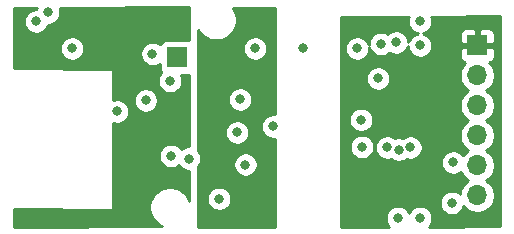
<source format=gbr>
%TF.GenerationSoftware,KiCad,Pcbnew,(5.1.6)-1*%
%TF.CreationDate,2020-11-12T12:57:51-08:00*%
%TF.ProjectId,frontendfullv2,66726f6e-7465-46e6-9466-756c6c76322e,rev?*%
%TF.SameCoordinates,Original*%
%TF.FileFunction,Copper,L3,Inr*%
%TF.FilePolarity,Positive*%
%FSLAX46Y46*%
G04 Gerber Fmt 4.6, Leading zero omitted, Abs format (unit mm)*
G04 Created by KiCad (PCBNEW (5.1.6)-1) date 2020-11-12 12:57:51*
%MOMM*%
%LPD*%
G01*
G04 APERTURE LIST*
%TA.AperFunction,ViaPad*%
%ADD10R,1.700000X1.700000*%
%TD*%
%TA.AperFunction,ViaPad*%
%ADD11O,1.700000X1.700000*%
%TD*%
%TA.AperFunction,ViaPad*%
%ADD12C,0.800000*%
%TD*%
%TA.AperFunction,Conductor*%
%ADD13C,0.254000*%
%TD*%
G04 APERTURE END LIST*
D10*
%TO.N,GNDA*%
%TO.C,J2*%
X80010000Y-118110000D03*
%TD*%
D11*
%TO.N,GND*%
%TO.C,J3*%
X105410000Y-129794000D03*
%TO.N,Net-(J3-Pad5)*%
X105410000Y-127254000D03*
%TO.N,/DOUT_BUF*%
X105410000Y-124714000D03*
%TO.N,Net-(J3-Pad3)*%
X105410000Y-122174000D03*
%TO.N,Net-(J3-Pad2)*%
X105410000Y-119634000D03*
D10*
%TO.N,+10V*%
X105410000Y-117094000D03*
%TD*%
D12*
%TO.N,GND*%
X95250000Y-117348000D03*
X98552000Y-116840000D03*
X100584000Y-117094000D03*
X100584000Y-115062000D03*
X103378000Y-127000000D03*
X103251000Y-130429000D03*
X100584000Y-131699000D03*
X98679000Y-131699000D03*
X99758500Y-125730000D03*
X97790000Y-125730000D03*
%TO.N,+3V0*%
X67056000Y-117856000D03*
X76200000Y-118300500D03*
X74993500Y-124714000D03*
X79502000Y-128143000D03*
X77470000Y-115366800D03*
%TO.N,Net-(C3-Pad2)*%
X77343000Y-121742200D03*
%TO.N,Net-(C5-Pad1)*%
X85090000Y-128270000D03*
X82804000Y-128172998D03*
X82804000Y-124714000D03*
X87884000Y-120904000D03*
%TO.N,+10V*%
X103124000Y-117348000D03*
X103251000Y-128651000D03*
%TO.N,Net-(J3-Pad3)*%
X97282000Y-116967000D03*
%TO.N,Net-(U4-Pad8)*%
X95572153Y-123385153D03*
X97023347Y-119883347D03*
%TO.N,Net-(U4-Pad6)*%
X95638762Y-125675126D03*
X98771003Y-125924000D03*
%TO.N,GNDA*%
X68072000Y-115062000D03*
X69088000Y-114300000D03*
X71120000Y-117348000D03*
X74930000Y-122682000D03*
X79400400Y-120091200D03*
X79502000Y-126441200D03*
X85775800Y-127177800D03*
X88138000Y-123952000D03*
X85090000Y-124460000D03*
X85344000Y-121666000D03*
X90678000Y-117348000D03*
X77901800Y-117805200D03*
X83566000Y-130073400D03*
X81000600Y-126669800D03*
X86614000Y-117348000D03*
%TD*%
D13*
%TO.N,+3V0*%
G36*
X81026000Y-116646782D02*
G01*
X80984482Y-116634188D01*
X80860000Y-116621928D01*
X79160000Y-116621928D01*
X79035518Y-116634188D01*
X78915820Y-116670498D01*
X78805506Y-116729463D01*
X78708815Y-116808815D01*
X78629463Y-116905506D01*
X78572460Y-117012149D01*
X78561574Y-117001263D01*
X78392056Y-116887995D01*
X78203698Y-116809974D01*
X78003739Y-116770200D01*
X77799861Y-116770200D01*
X77599902Y-116809974D01*
X77411544Y-116887995D01*
X77242026Y-117001263D01*
X77097863Y-117145426D01*
X76984595Y-117314944D01*
X76906574Y-117503302D01*
X76866800Y-117703261D01*
X76866800Y-117907139D01*
X76906574Y-118107098D01*
X76984595Y-118295456D01*
X77097863Y-118464974D01*
X77242026Y-118609137D01*
X77411544Y-118722405D01*
X77599902Y-118800426D01*
X77799861Y-118840200D01*
X78003739Y-118840200D01*
X78203698Y-118800426D01*
X78392056Y-118722405D01*
X78521928Y-118635628D01*
X78521928Y-118960000D01*
X78534188Y-119084482D01*
X78570498Y-119204180D01*
X78629463Y-119314494D01*
X78667296Y-119360593D01*
X78596463Y-119431426D01*
X78483195Y-119600944D01*
X78405174Y-119789302D01*
X78365400Y-119989261D01*
X78365400Y-120193139D01*
X78405174Y-120393098D01*
X78483195Y-120581456D01*
X78596463Y-120750974D01*
X78740626Y-120895137D01*
X78910144Y-121008405D01*
X79098502Y-121086426D01*
X79298461Y-121126200D01*
X79502339Y-121126200D01*
X79702298Y-121086426D01*
X79890656Y-121008405D01*
X80060174Y-120895137D01*
X80204337Y-120750974D01*
X80317605Y-120581456D01*
X80395626Y-120393098D01*
X80435400Y-120193139D01*
X80435400Y-119989261D01*
X80395626Y-119789302D01*
X80317605Y-119600944D01*
X80315686Y-119598072D01*
X80860000Y-119598072D01*
X80984482Y-119585812D01*
X81026000Y-119573218D01*
X81026000Y-125634800D01*
X80898661Y-125634800D01*
X80698702Y-125674574D01*
X80510344Y-125752595D01*
X80355711Y-125855918D01*
X80305937Y-125781426D01*
X80161774Y-125637263D01*
X79992256Y-125523995D01*
X79803898Y-125445974D01*
X79603939Y-125406200D01*
X79400061Y-125406200D01*
X79200102Y-125445974D01*
X79011744Y-125523995D01*
X78842226Y-125637263D01*
X78698063Y-125781426D01*
X78584795Y-125950944D01*
X78506774Y-126139302D01*
X78467000Y-126339261D01*
X78467000Y-126543139D01*
X78506774Y-126743098D01*
X78584795Y-126931456D01*
X78698063Y-127100974D01*
X78842226Y-127245137D01*
X79011744Y-127358405D01*
X79200102Y-127436426D01*
X79400061Y-127476200D01*
X79603939Y-127476200D01*
X79803898Y-127436426D01*
X79992256Y-127358405D01*
X80146889Y-127255082D01*
X80196663Y-127329574D01*
X80340826Y-127473737D01*
X80510344Y-127587005D01*
X80698702Y-127665026D01*
X80898661Y-127704800D01*
X81026000Y-127704800D01*
X81026000Y-130262093D01*
X80912537Y-129988169D01*
X80722663Y-129704002D01*
X80480998Y-129462337D01*
X80196831Y-129272463D01*
X79881081Y-129141675D01*
X79545883Y-129075000D01*
X79204117Y-129075000D01*
X78868919Y-129141675D01*
X78553169Y-129272463D01*
X78269002Y-129462337D01*
X78027337Y-129704002D01*
X77837463Y-129988169D01*
X77706675Y-130303919D01*
X77640000Y-130639117D01*
X77640000Y-130980883D01*
X77706675Y-131316081D01*
X77837463Y-131631831D01*
X78027337Y-131915998D01*
X78269002Y-132157663D01*
X78553169Y-132347537D01*
X78724159Y-132418363D01*
X66167000Y-132460573D01*
X66167000Y-130937965D01*
X74421038Y-131000496D01*
X74445832Y-130998244D01*
X74469711Y-130991198D01*
X74491755Y-130979628D01*
X74511120Y-130963980D01*
X74527059Y-130944855D01*
X74538961Y-130922988D01*
X74546368Y-130899219D01*
X74549000Y-130873500D01*
X74549000Y-123644461D01*
X74628102Y-123677226D01*
X74828061Y-123717000D01*
X75031939Y-123717000D01*
X75231898Y-123677226D01*
X75420256Y-123599205D01*
X75589774Y-123485937D01*
X75733937Y-123341774D01*
X75847205Y-123172256D01*
X75925226Y-122983898D01*
X75965000Y-122783939D01*
X75965000Y-122580061D01*
X75925226Y-122380102D01*
X75847205Y-122191744D01*
X75733937Y-122022226D01*
X75589774Y-121878063D01*
X75420256Y-121764795D01*
X75231898Y-121686774D01*
X75031939Y-121647000D01*
X74828061Y-121647000D01*
X74628102Y-121686774D01*
X74549000Y-121719539D01*
X74549000Y-121640261D01*
X76308000Y-121640261D01*
X76308000Y-121844139D01*
X76347774Y-122044098D01*
X76425795Y-122232456D01*
X76539063Y-122401974D01*
X76683226Y-122546137D01*
X76852744Y-122659405D01*
X77041102Y-122737426D01*
X77241061Y-122777200D01*
X77444939Y-122777200D01*
X77644898Y-122737426D01*
X77833256Y-122659405D01*
X78002774Y-122546137D01*
X78146937Y-122401974D01*
X78260205Y-122232456D01*
X78338226Y-122044098D01*
X78378000Y-121844139D01*
X78378000Y-121640261D01*
X78338226Y-121440302D01*
X78260205Y-121251944D01*
X78146937Y-121082426D01*
X78002774Y-120938263D01*
X77833256Y-120824995D01*
X77644898Y-120746974D01*
X77444939Y-120707200D01*
X77241061Y-120707200D01*
X77041102Y-120746974D01*
X76852744Y-120824995D01*
X76683226Y-120938263D01*
X76539063Y-121082426D01*
X76425795Y-121251944D01*
X76347774Y-121440302D01*
X76308000Y-121640261D01*
X74549000Y-121640261D01*
X74549000Y-119189500D01*
X74546560Y-119164724D01*
X74539333Y-119140899D01*
X74527597Y-119118943D01*
X74511803Y-119099697D01*
X74492557Y-119083903D01*
X74470601Y-119072167D01*
X74446776Y-119064940D01*
X74422962Y-119062504D01*
X66167000Y-118999959D01*
X66167000Y-117246061D01*
X70085000Y-117246061D01*
X70085000Y-117449939D01*
X70124774Y-117649898D01*
X70202795Y-117838256D01*
X70316063Y-118007774D01*
X70460226Y-118151937D01*
X70629744Y-118265205D01*
X70818102Y-118343226D01*
X71018061Y-118383000D01*
X71221939Y-118383000D01*
X71421898Y-118343226D01*
X71610256Y-118265205D01*
X71779774Y-118151937D01*
X71923937Y-118007774D01*
X72037205Y-117838256D01*
X72115226Y-117649898D01*
X72155000Y-117449939D01*
X72155000Y-117246061D01*
X72115226Y-117046102D01*
X72037205Y-116857744D01*
X71923937Y-116688226D01*
X71779774Y-116544063D01*
X71610256Y-116430795D01*
X71421898Y-116352774D01*
X71221939Y-116313000D01*
X71018061Y-116313000D01*
X70818102Y-116352774D01*
X70629744Y-116430795D01*
X70460226Y-116544063D01*
X70316063Y-116688226D01*
X70202795Y-116857744D01*
X70124774Y-117046102D01*
X70085000Y-117246061D01*
X66167000Y-117246061D01*
X66167000Y-113918574D01*
X68128447Y-113911981D01*
X68092774Y-113998102D01*
X68087026Y-114027000D01*
X67970061Y-114027000D01*
X67770102Y-114066774D01*
X67581744Y-114144795D01*
X67412226Y-114258063D01*
X67268063Y-114402226D01*
X67154795Y-114571744D01*
X67076774Y-114760102D01*
X67037000Y-114960061D01*
X67037000Y-115163939D01*
X67076774Y-115363898D01*
X67154795Y-115552256D01*
X67268063Y-115721774D01*
X67412226Y-115865937D01*
X67581744Y-115979205D01*
X67770102Y-116057226D01*
X67970061Y-116097000D01*
X68173939Y-116097000D01*
X68373898Y-116057226D01*
X68562256Y-115979205D01*
X68731774Y-115865937D01*
X68875937Y-115721774D01*
X68989205Y-115552256D01*
X69067226Y-115363898D01*
X69072974Y-115335000D01*
X69189939Y-115335000D01*
X69389898Y-115295226D01*
X69578256Y-115217205D01*
X69747774Y-115103937D01*
X69891937Y-114959774D01*
X70005205Y-114790256D01*
X70083226Y-114601898D01*
X70123000Y-114401939D01*
X70123000Y-114198061D01*
X70083226Y-113998102D01*
X70044885Y-113905539D01*
X81026000Y-113868627D01*
X81026000Y-116646782D01*
G37*
X81026000Y-116646782D02*
X80984482Y-116634188D01*
X80860000Y-116621928D01*
X79160000Y-116621928D01*
X79035518Y-116634188D01*
X78915820Y-116670498D01*
X78805506Y-116729463D01*
X78708815Y-116808815D01*
X78629463Y-116905506D01*
X78572460Y-117012149D01*
X78561574Y-117001263D01*
X78392056Y-116887995D01*
X78203698Y-116809974D01*
X78003739Y-116770200D01*
X77799861Y-116770200D01*
X77599902Y-116809974D01*
X77411544Y-116887995D01*
X77242026Y-117001263D01*
X77097863Y-117145426D01*
X76984595Y-117314944D01*
X76906574Y-117503302D01*
X76866800Y-117703261D01*
X76866800Y-117907139D01*
X76906574Y-118107098D01*
X76984595Y-118295456D01*
X77097863Y-118464974D01*
X77242026Y-118609137D01*
X77411544Y-118722405D01*
X77599902Y-118800426D01*
X77799861Y-118840200D01*
X78003739Y-118840200D01*
X78203698Y-118800426D01*
X78392056Y-118722405D01*
X78521928Y-118635628D01*
X78521928Y-118960000D01*
X78534188Y-119084482D01*
X78570498Y-119204180D01*
X78629463Y-119314494D01*
X78667296Y-119360593D01*
X78596463Y-119431426D01*
X78483195Y-119600944D01*
X78405174Y-119789302D01*
X78365400Y-119989261D01*
X78365400Y-120193139D01*
X78405174Y-120393098D01*
X78483195Y-120581456D01*
X78596463Y-120750974D01*
X78740626Y-120895137D01*
X78910144Y-121008405D01*
X79098502Y-121086426D01*
X79298461Y-121126200D01*
X79502339Y-121126200D01*
X79702298Y-121086426D01*
X79890656Y-121008405D01*
X80060174Y-120895137D01*
X80204337Y-120750974D01*
X80317605Y-120581456D01*
X80395626Y-120393098D01*
X80435400Y-120193139D01*
X80435400Y-119989261D01*
X80395626Y-119789302D01*
X80317605Y-119600944D01*
X80315686Y-119598072D01*
X80860000Y-119598072D01*
X80984482Y-119585812D01*
X81026000Y-119573218D01*
X81026000Y-125634800D01*
X80898661Y-125634800D01*
X80698702Y-125674574D01*
X80510344Y-125752595D01*
X80355711Y-125855918D01*
X80305937Y-125781426D01*
X80161774Y-125637263D01*
X79992256Y-125523995D01*
X79803898Y-125445974D01*
X79603939Y-125406200D01*
X79400061Y-125406200D01*
X79200102Y-125445974D01*
X79011744Y-125523995D01*
X78842226Y-125637263D01*
X78698063Y-125781426D01*
X78584795Y-125950944D01*
X78506774Y-126139302D01*
X78467000Y-126339261D01*
X78467000Y-126543139D01*
X78506774Y-126743098D01*
X78584795Y-126931456D01*
X78698063Y-127100974D01*
X78842226Y-127245137D01*
X79011744Y-127358405D01*
X79200102Y-127436426D01*
X79400061Y-127476200D01*
X79603939Y-127476200D01*
X79803898Y-127436426D01*
X79992256Y-127358405D01*
X80146889Y-127255082D01*
X80196663Y-127329574D01*
X80340826Y-127473737D01*
X80510344Y-127587005D01*
X80698702Y-127665026D01*
X80898661Y-127704800D01*
X81026000Y-127704800D01*
X81026000Y-130262093D01*
X80912537Y-129988169D01*
X80722663Y-129704002D01*
X80480998Y-129462337D01*
X80196831Y-129272463D01*
X79881081Y-129141675D01*
X79545883Y-129075000D01*
X79204117Y-129075000D01*
X78868919Y-129141675D01*
X78553169Y-129272463D01*
X78269002Y-129462337D01*
X78027337Y-129704002D01*
X77837463Y-129988169D01*
X77706675Y-130303919D01*
X77640000Y-130639117D01*
X77640000Y-130980883D01*
X77706675Y-131316081D01*
X77837463Y-131631831D01*
X78027337Y-131915998D01*
X78269002Y-132157663D01*
X78553169Y-132347537D01*
X78724159Y-132418363D01*
X66167000Y-132460573D01*
X66167000Y-130937965D01*
X74421038Y-131000496D01*
X74445832Y-130998244D01*
X74469711Y-130991198D01*
X74491755Y-130979628D01*
X74511120Y-130963980D01*
X74527059Y-130944855D01*
X74538961Y-130922988D01*
X74546368Y-130899219D01*
X74549000Y-130873500D01*
X74549000Y-123644461D01*
X74628102Y-123677226D01*
X74828061Y-123717000D01*
X75031939Y-123717000D01*
X75231898Y-123677226D01*
X75420256Y-123599205D01*
X75589774Y-123485937D01*
X75733937Y-123341774D01*
X75847205Y-123172256D01*
X75925226Y-122983898D01*
X75965000Y-122783939D01*
X75965000Y-122580061D01*
X75925226Y-122380102D01*
X75847205Y-122191744D01*
X75733937Y-122022226D01*
X75589774Y-121878063D01*
X75420256Y-121764795D01*
X75231898Y-121686774D01*
X75031939Y-121647000D01*
X74828061Y-121647000D01*
X74628102Y-121686774D01*
X74549000Y-121719539D01*
X74549000Y-121640261D01*
X76308000Y-121640261D01*
X76308000Y-121844139D01*
X76347774Y-122044098D01*
X76425795Y-122232456D01*
X76539063Y-122401974D01*
X76683226Y-122546137D01*
X76852744Y-122659405D01*
X77041102Y-122737426D01*
X77241061Y-122777200D01*
X77444939Y-122777200D01*
X77644898Y-122737426D01*
X77833256Y-122659405D01*
X78002774Y-122546137D01*
X78146937Y-122401974D01*
X78260205Y-122232456D01*
X78338226Y-122044098D01*
X78378000Y-121844139D01*
X78378000Y-121640261D01*
X78338226Y-121440302D01*
X78260205Y-121251944D01*
X78146937Y-121082426D01*
X78002774Y-120938263D01*
X77833256Y-120824995D01*
X77644898Y-120746974D01*
X77444939Y-120707200D01*
X77241061Y-120707200D01*
X77041102Y-120746974D01*
X76852744Y-120824995D01*
X76683226Y-120938263D01*
X76539063Y-121082426D01*
X76425795Y-121251944D01*
X76347774Y-121440302D01*
X76308000Y-121640261D01*
X74549000Y-121640261D01*
X74549000Y-119189500D01*
X74546560Y-119164724D01*
X74539333Y-119140899D01*
X74527597Y-119118943D01*
X74511803Y-119099697D01*
X74492557Y-119083903D01*
X74470601Y-119072167D01*
X74446776Y-119064940D01*
X74422962Y-119062504D01*
X66167000Y-118999959D01*
X66167000Y-117246061D01*
X70085000Y-117246061D01*
X70085000Y-117449939D01*
X70124774Y-117649898D01*
X70202795Y-117838256D01*
X70316063Y-118007774D01*
X70460226Y-118151937D01*
X70629744Y-118265205D01*
X70818102Y-118343226D01*
X71018061Y-118383000D01*
X71221939Y-118383000D01*
X71421898Y-118343226D01*
X71610256Y-118265205D01*
X71779774Y-118151937D01*
X71923937Y-118007774D01*
X72037205Y-117838256D01*
X72115226Y-117649898D01*
X72155000Y-117449939D01*
X72155000Y-117246061D01*
X72115226Y-117046102D01*
X72037205Y-116857744D01*
X71923937Y-116688226D01*
X71779774Y-116544063D01*
X71610256Y-116430795D01*
X71421898Y-116352774D01*
X71221939Y-116313000D01*
X71018061Y-116313000D01*
X70818102Y-116352774D01*
X70629744Y-116430795D01*
X70460226Y-116544063D01*
X70316063Y-116688226D01*
X70202795Y-116857744D01*
X70124774Y-117046102D01*
X70085000Y-117246061D01*
X66167000Y-117246061D01*
X66167000Y-113918574D01*
X68128447Y-113911981D01*
X68092774Y-113998102D01*
X68087026Y-114027000D01*
X67970061Y-114027000D01*
X67770102Y-114066774D01*
X67581744Y-114144795D01*
X67412226Y-114258063D01*
X67268063Y-114402226D01*
X67154795Y-114571744D01*
X67076774Y-114760102D01*
X67037000Y-114960061D01*
X67037000Y-115163939D01*
X67076774Y-115363898D01*
X67154795Y-115552256D01*
X67268063Y-115721774D01*
X67412226Y-115865937D01*
X67581744Y-115979205D01*
X67770102Y-116057226D01*
X67970061Y-116097000D01*
X68173939Y-116097000D01*
X68373898Y-116057226D01*
X68562256Y-115979205D01*
X68731774Y-115865937D01*
X68875937Y-115721774D01*
X68989205Y-115552256D01*
X69067226Y-115363898D01*
X69072974Y-115335000D01*
X69189939Y-115335000D01*
X69389898Y-115295226D01*
X69578256Y-115217205D01*
X69747774Y-115103937D01*
X69891937Y-114959774D01*
X70005205Y-114790256D01*
X70083226Y-114601898D01*
X70123000Y-114401939D01*
X70123000Y-114198061D01*
X70083226Y-113998102D01*
X70044885Y-113905539D01*
X81026000Y-113868627D01*
X81026000Y-116646782D01*
%TO.N,Net-(C5-Pad1)*%
G36*
X88265000Y-122921985D02*
G01*
X88239939Y-122917000D01*
X88036061Y-122917000D01*
X87836102Y-122956774D01*
X87647744Y-123034795D01*
X87478226Y-123148063D01*
X87334063Y-123292226D01*
X87220795Y-123461744D01*
X87142774Y-123650102D01*
X87103000Y-123850061D01*
X87103000Y-124053939D01*
X87142774Y-124253898D01*
X87220795Y-124442256D01*
X87334063Y-124611774D01*
X87478226Y-124755937D01*
X87647744Y-124869205D01*
X87836102Y-124947226D01*
X88036061Y-124987000D01*
X88239939Y-124987000D01*
X88265000Y-124982015D01*
X88265000Y-132461000D01*
X81788000Y-132461000D01*
X81788000Y-129971461D01*
X82531000Y-129971461D01*
X82531000Y-130175339D01*
X82570774Y-130375298D01*
X82648795Y-130563656D01*
X82762063Y-130733174D01*
X82906226Y-130877337D01*
X83075744Y-130990605D01*
X83264102Y-131068626D01*
X83464061Y-131108400D01*
X83667939Y-131108400D01*
X83867898Y-131068626D01*
X84056256Y-130990605D01*
X84225774Y-130877337D01*
X84369937Y-130733174D01*
X84483205Y-130563656D01*
X84561226Y-130375298D01*
X84601000Y-130175339D01*
X84601000Y-129971461D01*
X84561226Y-129771502D01*
X84483205Y-129583144D01*
X84369937Y-129413626D01*
X84225774Y-129269463D01*
X84056256Y-129156195D01*
X83867898Y-129078174D01*
X83667939Y-129038400D01*
X83464061Y-129038400D01*
X83264102Y-129078174D01*
X83075744Y-129156195D01*
X82906226Y-129269463D01*
X82762063Y-129413626D01*
X82648795Y-129583144D01*
X82570774Y-129771502D01*
X82531000Y-129971461D01*
X81788000Y-129971461D01*
X81788000Y-127346111D01*
X81804537Y-127329574D01*
X81917805Y-127160056D01*
X81952679Y-127075861D01*
X84740800Y-127075861D01*
X84740800Y-127279739D01*
X84780574Y-127479698D01*
X84858595Y-127668056D01*
X84971863Y-127837574D01*
X85116026Y-127981737D01*
X85285544Y-128095005D01*
X85473902Y-128173026D01*
X85673861Y-128212800D01*
X85877739Y-128212800D01*
X86077698Y-128173026D01*
X86266056Y-128095005D01*
X86435574Y-127981737D01*
X86579737Y-127837574D01*
X86693005Y-127668056D01*
X86771026Y-127479698D01*
X86810800Y-127279739D01*
X86810800Y-127075861D01*
X86771026Y-126875902D01*
X86693005Y-126687544D01*
X86579737Y-126518026D01*
X86435574Y-126373863D01*
X86266056Y-126260595D01*
X86077698Y-126182574D01*
X85877739Y-126142800D01*
X85673861Y-126142800D01*
X85473902Y-126182574D01*
X85285544Y-126260595D01*
X85116026Y-126373863D01*
X84971863Y-126518026D01*
X84858595Y-126687544D01*
X84780574Y-126875902D01*
X84740800Y-127075861D01*
X81952679Y-127075861D01*
X81995826Y-126971698D01*
X82035600Y-126771739D01*
X82035600Y-126567861D01*
X81995826Y-126367902D01*
X81917805Y-126179544D01*
X81804537Y-126010026D01*
X81788000Y-125993489D01*
X81788000Y-124358061D01*
X84055000Y-124358061D01*
X84055000Y-124561939D01*
X84094774Y-124761898D01*
X84172795Y-124950256D01*
X84286063Y-125119774D01*
X84430226Y-125263937D01*
X84599744Y-125377205D01*
X84788102Y-125455226D01*
X84988061Y-125495000D01*
X85191939Y-125495000D01*
X85391898Y-125455226D01*
X85580256Y-125377205D01*
X85749774Y-125263937D01*
X85893937Y-125119774D01*
X86007205Y-124950256D01*
X86085226Y-124761898D01*
X86125000Y-124561939D01*
X86125000Y-124358061D01*
X86085226Y-124158102D01*
X86007205Y-123969744D01*
X85893937Y-123800226D01*
X85749774Y-123656063D01*
X85580256Y-123542795D01*
X85391898Y-123464774D01*
X85191939Y-123425000D01*
X84988061Y-123425000D01*
X84788102Y-123464774D01*
X84599744Y-123542795D01*
X84430226Y-123656063D01*
X84286063Y-123800226D01*
X84172795Y-123969744D01*
X84094774Y-124158102D01*
X84055000Y-124358061D01*
X81788000Y-124358061D01*
X81788000Y-121564061D01*
X84309000Y-121564061D01*
X84309000Y-121767939D01*
X84348774Y-121967898D01*
X84426795Y-122156256D01*
X84540063Y-122325774D01*
X84684226Y-122469937D01*
X84853744Y-122583205D01*
X85042102Y-122661226D01*
X85242061Y-122701000D01*
X85445939Y-122701000D01*
X85645898Y-122661226D01*
X85834256Y-122583205D01*
X86003774Y-122469937D01*
X86147937Y-122325774D01*
X86261205Y-122156256D01*
X86339226Y-121967898D01*
X86379000Y-121767939D01*
X86379000Y-121564061D01*
X86339226Y-121364102D01*
X86261205Y-121175744D01*
X86147937Y-121006226D01*
X86003774Y-120862063D01*
X85834256Y-120748795D01*
X85645898Y-120670774D01*
X85445939Y-120631000D01*
X85242061Y-120631000D01*
X85042102Y-120670774D01*
X84853744Y-120748795D01*
X84684226Y-120862063D01*
X84540063Y-121006226D01*
X84426795Y-121175744D01*
X84348774Y-121364102D01*
X84309000Y-121564061D01*
X81788000Y-121564061D01*
X81788000Y-117246061D01*
X85579000Y-117246061D01*
X85579000Y-117449939D01*
X85618774Y-117649898D01*
X85696795Y-117838256D01*
X85810063Y-118007774D01*
X85954226Y-118151937D01*
X86123744Y-118265205D01*
X86312102Y-118343226D01*
X86512061Y-118383000D01*
X86715939Y-118383000D01*
X86915898Y-118343226D01*
X87104256Y-118265205D01*
X87273774Y-118151937D01*
X87417937Y-118007774D01*
X87531205Y-117838256D01*
X87609226Y-117649898D01*
X87649000Y-117449939D01*
X87649000Y-117246061D01*
X87609226Y-117046102D01*
X87531205Y-116857744D01*
X87417937Y-116688226D01*
X87273774Y-116544063D01*
X87104256Y-116430795D01*
X86915898Y-116352774D01*
X86715939Y-116313000D01*
X86512061Y-116313000D01*
X86312102Y-116352774D01*
X86123744Y-116430795D01*
X85954226Y-116544063D01*
X85810063Y-116688226D01*
X85696795Y-116857744D01*
X85618774Y-117046102D01*
X85579000Y-117246061D01*
X81788000Y-117246061D01*
X81788000Y-115777091D01*
X81964337Y-116040998D01*
X82206002Y-116282663D01*
X82490169Y-116472537D01*
X82805919Y-116603325D01*
X83141117Y-116670000D01*
X83482883Y-116670000D01*
X83818081Y-116603325D01*
X84133831Y-116472537D01*
X84417998Y-116282663D01*
X84659663Y-116040998D01*
X84849537Y-115756831D01*
X84980325Y-115441081D01*
X85047000Y-115105883D01*
X85047000Y-114764117D01*
X84980325Y-114428919D01*
X84849537Y-114113169D01*
X84719798Y-113919000D01*
X88265000Y-113919000D01*
X88265000Y-122921985D01*
G37*
X88265000Y-122921985D02*
X88239939Y-122917000D01*
X88036061Y-122917000D01*
X87836102Y-122956774D01*
X87647744Y-123034795D01*
X87478226Y-123148063D01*
X87334063Y-123292226D01*
X87220795Y-123461744D01*
X87142774Y-123650102D01*
X87103000Y-123850061D01*
X87103000Y-124053939D01*
X87142774Y-124253898D01*
X87220795Y-124442256D01*
X87334063Y-124611774D01*
X87478226Y-124755937D01*
X87647744Y-124869205D01*
X87836102Y-124947226D01*
X88036061Y-124987000D01*
X88239939Y-124987000D01*
X88265000Y-124982015D01*
X88265000Y-132461000D01*
X81788000Y-132461000D01*
X81788000Y-129971461D01*
X82531000Y-129971461D01*
X82531000Y-130175339D01*
X82570774Y-130375298D01*
X82648795Y-130563656D01*
X82762063Y-130733174D01*
X82906226Y-130877337D01*
X83075744Y-130990605D01*
X83264102Y-131068626D01*
X83464061Y-131108400D01*
X83667939Y-131108400D01*
X83867898Y-131068626D01*
X84056256Y-130990605D01*
X84225774Y-130877337D01*
X84369937Y-130733174D01*
X84483205Y-130563656D01*
X84561226Y-130375298D01*
X84601000Y-130175339D01*
X84601000Y-129971461D01*
X84561226Y-129771502D01*
X84483205Y-129583144D01*
X84369937Y-129413626D01*
X84225774Y-129269463D01*
X84056256Y-129156195D01*
X83867898Y-129078174D01*
X83667939Y-129038400D01*
X83464061Y-129038400D01*
X83264102Y-129078174D01*
X83075744Y-129156195D01*
X82906226Y-129269463D01*
X82762063Y-129413626D01*
X82648795Y-129583144D01*
X82570774Y-129771502D01*
X82531000Y-129971461D01*
X81788000Y-129971461D01*
X81788000Y-127346111D01*
X81804537Y-127329574D01*
X81917805Y-127160056D01*
X81952679Y-127075861D01*
X84740800Y-127075861D01*
X84740800Y-127279739D01*
X84780574Y-127479698D01*
X84858595Y-127668056D01*
X84971863Y-127837574D01*
X85116026Y-127981737D01*
X85285544Y-128095005D01*
X85473902Y-128173026D01*
X85673861Y-128212800D01*
X85877739Y-128212800D01*
X86077698Y-128173026D01*
X86266056Y-128095005D01*
X86435574Y-127981737D01*
X86579737Y-127837574D01*
X86693005Y-127668056D01*
X86771026Y-127479698D01*
X86810800Y-127279739D01*
X86810800Y-127075861D01*
X86771026Y-126875902D01*
X86693005Y-126687544D01*
X86579737Y-126518026D01*
X86435574Y-126373863D01*
X86266056Y-126260595D01*
X86077698Y-126182574D01*
X85877739Y-126142800D01*
X85673861Y-126142800D01*
X85473902Y-126182574D01*
X85285544Y-126260595D01*
X85116026Y-126373863D01*
X84971863Y-126518026D01*
X84858595Y-126687544D01*
X84780574Y-126875902D01*
X84740800Y-127075861D01*
X81952679Y-127075861D01*
X81995826Y-126971698D01*
X82035600Y-126771739D01*
X82035600Y-126567861D01*
X81995826Y-126367902D01*
X81917805Y-126179544D01*
X81804537Y-126010026D01*
X81788000Y-125993489D01*
X81788000Y-124358061D01*
X84055000Y-124358061D01*
X84055000Y-124561939D01*
X84094774Y-124761898D01*
X84172795Y-124950256D01*
X84286063Y-125119774D01*
X84430226Y-125263937D01*
X84599744Y-125377205D01*
X84788102Y-125455226D01*
X84988061Y-125495000D01*
X85191939Y-125495000D01*
X85391898Y-125455226D01*
X85580256Y-125377205D01*
X85749774Y-125263937D01*
X85893937Y-125119774D01*
X86007205Y-124950256D01*
X86085226Y-124761898D01*
X86125000Y-124561939D01*
X86125000Y-124358061D01*
X86085226Y-124158102D01*
X86007205Y-123969744D01*
X85893937Y-123800226D01*
X85749774Y-123656063D01*
X85580256Y-123542795D01*
X85391898Y-123464774D01*
X85191939Y-123425000D01*
X84988061Y-123425000D01*
X84788102Y-123464774D01*
X84599744Y-123542795D01*
X84430226Y-123656063D01*
X84286063Y-123800226D01*
X84172795Y-123969744D01*
X84094774Y-124158102D01*
X84055000Y-124358061D01*
X81788000Y-124358061D01*
X81788000Y-121564061D01*
X84309000Y-121564061D01*
X84309000Y-121767939D01*
X84348774Y-121967898D01*
X84426795Y-122156256D01*
X84540063Y-122325774D01*
X84684226Y-122469937D01*
X84853744Y-122583205D01*
X85042102Y-122661226D01*
X85242061Y-122701000D01*
X85445939Y-122701000D01*
X85645898Y-122661226D01*
X85834256Y-122583205D01*
X86003774Y-122469937D01*
X86147937Y-122325774D01*
X86261205Y-122156256D01*
X86339226Y-121967898D01*
X86379000Y-121767939D01*
X86379000Y-121564061D01*
X86339226Y-121364102D01*
X86261205Y-121175744D01*
X86147937Y-121006226D01*
X86003774Y-120862063D01*
X85834256Y-120748795D01*
X85645898Y-120670774D01*
X85445939Y-120631000D01*
X85242061Y-120631000D01*
X85042102Y-120670774D01*
X84853744Y-120748795D01*
X84684226Y-120862063D01*
X84540063Y-121006226D01*
X84426795Y-121175744D01*
X84348774Y-121364102D01*
X84309000Y-121564061D01*
X81788000Y-121564061D01*
X81788000Y-117246061D01*
X85579000Y-117246061D01*
X85579000Y-117449939D01*
X85618774Y-117649898D01*
X85696795Y-117838256D01*
X85810063Y-118007774D01*
X85954226Y-118151937D01*
X86123744Y-118265205D01*
X86312102Y-118343226D01*
X86512061Y-118383000D01*
X86715939Y-118383000D01*
X86915898Y-118343226D01*
X87104256Y-118265205D01*
X87273774Y-118151937D01*
X87417937Y-118007774D01*
X87531205Y-117838256D01*
X87609226Y-117649898D01*
X87649000Y-117449939D01*
X87649000Y-117246061D01*
X87609226Y-117046102D01*
X87531205Y-116857744D01*
X87417937Y-116688226D01*
X87273774Y-116544063D01*
X87104256Y-116430795D01*
X86915898Y-116352774D01*
X86715939Y-116313000D01*
X86512061Y-116313000D01*
X86312102Y-116352774D01*
X86123744Y-116430795D01*
X85954226Y-116544063D01*
X85810063Y-116688226D01*
X85696795Y-116857744D01*
X85618774Y-117046102D01*
X85579000Y-117246061D01*
X81788000Y-117246061D01*
X81788000Y-115777091D01*
X81964337Y-116040998D01*
X82206002Y-116282663D01*
X82490169Y-116472537D01*
X82805919Y-116603325D01*
X83141117Y-116670000D01*
X83482883Y-116670000D01*
X83818081Y-116603325D01*
X84133831Y-116472537D01*
X84417998Y-116282663D01*
X84659663Y-116040998D01*
X84849537Y-115756831D01*
X84980325Y-115441081D01*
X85047000Y-115105883D01*
X85047000Y-114764117D01*
X84980325Y-114428919D01*
X84849537Y-114113169D01*
X84719798Y-113919000D01*
X88265000Y-113919000D01*
X88265000Y-122921985D01*
%TO.N,+10V*%
G36*
X107340400Y-132410669D02*
G01*
X101313762Y-132432949D01*
X101387937Y-132358774D01*
X101501205Y-132189256D01*
X101579226Y-132000898D01*
X101619000Y-131800939D01*
X101619000Y-131597061D01*
X101579226Y-131397102D01*
X101501205Y-131208744D01*
X101387937Y-131039226D01*
X101243774Y-130895063D01*
X101074256Y-130781795D01*
X100885898Y-130703774D01*
X100685939Y-130664000D01*
X100482061Y-130664000D01*
X100282102Y-130703774D01*
X100093744Y-130781795D01*
X99924226Y-130895063D01*
X99780063Y-131039226D01*
X99666795Y-131208744D01*
X99631500Y-131293953D01*
X99596205Y-131208744D01*
X99482937Y-131039226D01*
X99338774Y-130895063D01*
X99169256Y-130781795D01*
X98980898Y-130703774D01*
X98780939Y-130664000D01*
X98577061Y-130664000D01*
X98377102Y-130703774D01*
X98188744Y-130781795D01*
X98019226Y-130895063D01*
X97875063Y-131039226D01*
X97761795Y-131208744D01*
X97683774Y-131397102D01*
X97644000Y-131597061D01*
X97644000Y-131800939D01*
X97683774Y-132000898D01*
X97761795Y-132189256D01*
X97875063Y-132358774D01*
X97961630Y-132445341D01*
X93853000Y-132460530D01*
X93853000Y-130327061D01*
X102216000Y-130327061D01*
X102216000Y-130530939D01*
X102255774Y-130730898D01*
X102333795Y-130919256D01*
X102447063Y-131088774D01*
X102591226Y-131232937D01*
X102760744Y-131346205D01*
X102949102Y-131424226D01*
X103149061Y-131464000D01*
X103352939Y-131464000D01*
X103552898Y-131424226D01*
X103741256Y-131346205D01*
X103910774Y-131232937D01*
X104054937Y-131088774D01*
X104168205Y-130919256D01*
X104246226Y-130730898D01*
X104247097Y-130726521D01*
X104256525Y-130740632D01*
X104463368Y-130947475D01*
X104706589Y-131109990D01*
X104976842Y-131221932D01*
X105263740Y-131279000D01*
X105556260Y-131279000D01*
X105843158Y-131221932D01*
X106113411Y-131109990D01*
X106356632Y-130947475D01*
X106563475Y-130740632D01*
X106725990Y-130497411D01*
X106837932Y-130227158D01*
X106895000Y-129940260D01*
X106895000Y-129647740D01*
X106837932Y-129360842D01*
X106725990Y-129090589D01*
X106563475Y-128847368D01*
X106356632Y-128640525D01*
X106182240Y-128524000D01*
X106356632Y-128407475D01*
X106563475Y-128200632D01*
X106725990Y-127957411D01*
X106837932Y-127687158D01*
X106895000Y-127400260D01*
X106895000Y-127107740D01*
X106837932Y-126820842D01*
X106725990Y-126550589D01*
X106563475Y-126307368D01*
X106356632Y-126100525D01*
X106182240Y-125984000D01*
X106356632Y-125867475D01*
X106563475Y-125660632D01*
X106725990Y-125417411D01*
X106837932Y-125147158D01*
X106895000Y-124860260D01*
X106895000Y-124567740D01*
X106837932Y-124280842D01*
X106725990Y-124010589D01*
X106563475Y-123767368D01*
X106356632Y-123560525D01*
X106182240Y-123444000D01*
X106356632Y-123327475D01*
X106563475Y-123120632D01*
X106725990Y-122877411D01*
X106837932Y-122607158D01*
X106895000Y-122320260D01*
X106895000Y-122027740D01*
X106837932Y-121740842D01*
X106725990Y-121470589D01*
X106563475Y-121227368D01*
X106356632Y-121020525D01*
X106182240Y-120904000D01*
X106356632Y-120787475D01*
X106563475Y-120580632D01*
X106725990Y-120337411D01*
X106837932Y-120067158D01*
X106895000Y-119780260D01*
X106895000Y-119487740D01*
X106837932Y-119200842D01*
X106725990Y-118930589D01*
X106563475Y-118687368D01*
X106431620Y-118555513D01*
X106504180Y-118533502D01*
X106614494Y-118474537D01*
X106711185Y-118395185D01*
X106790537Y-118298494D01*
X106849502Y-118188180D01*
X106885812Y-118068482D01*
X106898072Y-117944000D01*
X106895000Y-117379750D01*
X106736250Y-117221000D01*
X105537000Y-117221000D01*
X105537000Y-117241000D01*
X105283000Y-117241000D01*
X105283000Y-117221000D01*
X104083750Y-117221000D01*
X103925000Y-117379750D01*
X103921928Y-117944000D01*
X103934188Y-118068482D01*
X103970498Y-118188180D01*
X104029463Y-118298494D01*
X104108815Y-118395185D01*
X104205506Y-118474537D01*
X104315820Y-118533502D01*
X104388380Y-118555513D01*
X104256525Y-118687368D01*
X104094010Y-118930589D01*
X103982068Y-119200842D01*
X103925000Y-119487740D01*
X103925000Y-119780260D01*
X103982068Y-120067158D01*
X104094010Y-120337411D01*
X104256525Y-120580632D01*
X104463368Y-120787475D01*
X104637760Y-120904000D01*
X104463368Y-121020525D01*
X104256525Y-121227368D01*
X104094010Y-121470589D01*
X103982068Y-121740842D01*
X103925000Y-122027740D01*
X103925000Y-122320260D01*
X103982068Y-122607158D01*
X104094010Y-122877411D01*
X104256525Y-123120632D01*
X104463368Y-123327475D01*
X104637760Y-123444000D01*
X104463368Y-123560525D01*
X104256525Y-123767368D01*
X104094010Y-124010589D01*
X103982068Y-124280842D01*
X103925000Y-124567740D01*
X103925000Y-124860260D01*
X103982068Y-125147158D01*
X104094010Y-125417411D01*
X104256525Y-125660632D01*
X104463368Y-125867475D01*
X104637760Y-125984000D01*
X104463368Y-126100525D01*
X104256525Y-126307368D01*
X104208253Y-126379611D01*
X104181937Y-126340226D01*
X104037774Y-126196063D01*
X103868256Y-126082795D01*
X103679898Y-126004774D01*
X103479939Y-125965000D01*
X103276061Y-125965000D01*
X103076102Y-126004774D01*
X102887744Y-126082795D01*
X102718226Y-126196063D01*
X102574063Y-126340226D01*
X102460795Y-126509744D01*
X102382774Y-126698102D01*
X102343000Y-126898061D01*
X102343000Y-127101939D01*
X102382774Y-127301898D01*
X102460795Y-127490256D01*
X102574063Y-127659774D01*
X102718226Y-127803937D01*
X102887744Y-127917205D01*
X103076102Y-127995226D01*
X103276061Y-128035000D01*
X103479939Y-128035000D01*
X103679898Y-127995226D01*
X103868256Y-127917205D01*
X104032029Y-127807776D01*
X104094010Y-127957411D01*
X104256525Y-128200632D01*
X104463368Y-128407475D01*
X104637760Y-128524000D01*
X104463368Y-128640525D01*
X104256525Y-128847368D01*
X104094010Y-129090589D01*
X103982068Y-129360842D01*
X103926402Y-129640691D01*
X103910774Y-129625063D01*
X103741256Y-129511795D01*
X103552898Y-129433774D01*
X103352939Y-129394000D01*
X103149061Y-129394000D01*
X102949102Y-129433774D01*
X102760744Y-129511795D01*
X102591226Y-129625063D01*
X102447063Y-129769226D01*
X102333795Y-129938744D01*
X102255774Y-130127102D01*
X102216000Y-130327061D01*
X93853000Y-130327061D01*
X93853000Y-125573187D01*
X94603762Y-125573187D01*
X94603762Y-125777065D01*
X94643536Y-125977024D01*
X94721557Y-126165382D01*
X94834825Y-126334900D01*
X94978988Y-126479063D01*
X95148506Y-126592331D01*
X95336864Y-126670352D01*
X95536823Y-126710126D01*
X95740701Y-126710126D01*
X95940660Y-126670352D01*
X96129018Y-126592331D01*
X96298536Y-126479063D01*
X96442699Y-126334900D01*
X96555967Y-126165382D01*
X96633988Y-125977024D01*
X96673762Y-125777065D01*
X96673762Y-125628061D01*
X96755000Y-125628061D01*
X96755000Y-125831939D01*
X96794774Y-126031898D01*
X96872795Y-126220256D01*
X96986063Y-126389774D01*
X97130226Y-126533937D01*
X97299744Y-126647205D01*
X97488102Y-126725226D01*
X97688061Y-126765000D01*
X97891939Y-126765000D01*
X98091898Y-126725226D01*
X98103650Y-126720358D01*
X98111229Y-126727937D01*
X98280747Y-126841205D01*
X98469105Y-126919226D01*
X98669064Y-126959000D01*
X98872942Y-126959000D01*
X99072901Y-126919226D01*
X99261259Y-126841205D01*
X99430777Y-126727937D01*
X99440258Y-126718456D01*
X99456602Y-126725226D01*
X99656561Y-126765000D01*
X99860439Y-126765000D01*
X100060398Y-126725226D01*
X100248756Y-126647205D01*
X100418274Y-126533937D01*
X100562437Y-126389774D01*
X100675705Y-126220256D01*
X100753726Y-126031898D01*
X100793500Y-125831939D01*
X100793500Y-125628061D01*
X100753726Y-125428102D01*
X100675705Y-125239744D01*
X100562437Y-125070226D01*
X100418274Y-124926063D01*
X100248756Y-124812795D01*
X100060398Y-124734774D01*
X99860439Y-124695000D01*
X99656561Y-124695000D01*
X99456602Y-124734774D01*
X99268244Y-124812795D01*
X99098726Y-124926063D01*
X99089245Y-124935544D01*
X99072901Y-124928774D01*
X98872942Y-124889000D01*
X98669064Y-124889000D01*
X98469105Y-124928774D01*
X98457353Y-124933642D01*
X98449774Y-124926063D01*
X98280256Y-124812795D01*
X98091898Y-124734774D01*
X97891939Y-124695000D01*
X97688061Y-124695000D01*
X97488102Y-124734774D01*
X97299744Y-124812795D01*
X97130226Y-124926063D01*
X96986063Y-125070226D01*
X96872795Y-125239744D01*
X96794774Y-125428102D01*
X96755000Y-125628061D01*
X96673762Y-125628061D01*
X96673762Y-125573187D01*
X96633988Y-125373228D01*
X96555967Y-125184870D01*
X96442699Y-125015352D01*
X96298536Y-124871189D01*
X96129018Y-124757921D01*
X95940660Y-124679900D01*
X95740701Y-124640126D01*
X95536823Y-124640126D01*
X95336864Y-124679900D01*
X95148506Y-124757921D01*
X94978988Y-124871189D01*
X94834825Y-125015352D01*
X94721557Y-125184870D01*
X94643536Y-125373228D01*
X94603762Y-125573187D01*
X93853000Y-125573187D01*
X93853000Y-123283214D01*
X94537153Y-123283214D01*
X94537153Y-123487092D01*
X94576927Y-123687051D01*
X94654948Y-123875409D01*
X94768216Y-124044927D01*
X94912379Y-124189090D01*
X95081897Y-124302358D01*
X95270255Y-124380379D01*
X95470214Y-124420153D01*
X95674092Y-124420153D01*
X95874051Y-124380379D01*
X96062409Y-124302358D01*
X96231927Y-124189090D01*
X96376090Y-124044927D01*
X96489358Y-123875409D01*
X96567379Y-123687051D01*
X96607153Y-123487092D01*
X96607153Y-123283214D01*
X96567379Y-123083255D01*
X96489358Y-122894897D01*
X96376090Y-122725379D01*
X96231927Y-122581216D01*
X96062409Y-122467948D01*
X95874051Y-122389927D01*
X95674092Y-122350153D01*
X95470214Y-122350153D01*
X95270255Y-122389927D01*
X95081897Y-122467948D01*
X94912379Y-122581216D01*
X94768216Y-122725379D01*
X94654948Y-122894897D01*
X94576927Y-123083255D01*
X94537153Y-123283214D01*
X93853000Y-123283214D01*
X93853000Y-119781408D01*
X95988347Y-119781408D01*
X95988347Y-119985286D01*
X96028121Y-120185245D01*
X96106142Y-120373603D01*
X96219410Y-120543121D01*
X96363573Y-120687284D01*
X96533091Y-120800552D01*
X96721449Y-120878573D01*
X96921408Y-120918347D01*
X97125286Y-120918347D01*
X97325245Y-120878573D01*
X97513603Y-120800552D01*
X97683121Y-120687284D01*
X97827284Y-120543121D01*
X97940552Y-120373603D01*
X98018573Y-120185245D01*
X98058347Y-119985286D01*
X98058347Y-119781408D01*
X98018573Y-119581449D01*
X97940552Y-119393091D01*
X97827284Y-119223573D01*
X97683121Y-119079410D01*
X97513603Y-118966142D01*
X97325245Y-118888121D01*
X97125286Y-118848347D01*
X96921408Y-118848347D01*
X96721449Y-118888121D01*
X96533091Y-118966142D01*
X96363573Y-119079410D01*
X96219410Y-119223573D01*
X96106142Y-119393091D01*
X96028121Y-119581449D01*
X95988347Y-119781408D01*
X93853000Y-119781408D01*
X93853000Y-114680531D01*
X99630581Y-114659172D01*
X99588774Y-114760102D01*
X99549000Y-114960061D01*
X99549000Y-115163939D01*
X99588774Y-115363898D01*
X99666795Y-115552256D01*
X99780063Y-115721774D01*
X99924226Y-115865937D01*
X100093744Y-115979205D01*
X100282102Y-116057226D01*
X100386541Y-116078000D01*
X100282102Y-116098774D01*
X100093744Y-116176795D01*
X99924226Y-116290063D01*
X99780063Y-116434226D01*
X99666795Y-116603744D01*
X99588774Y-116792102D01*
X99587000Y-116801021D01*
X99587000Y-116738061D01*
X99547226Y-116538102D01*
X99469205Y-116349744D01*
X99355937Y-116180226D01*
X99211774Y-116036063D01*
X99042256Y-115922795D01*
X98853898Y-115844774D01*
X98653939Y-115805000D01*
X98450061Y-115805000D01*
X98250102Y-115844774D01*
X98061744Y-115922795D01*
X97892226Y-116036063D01*
X97835941Y-116092348D01*
X97772256Y-116049795D01*
X97583898Y-115971774D01*
X97383939Y-115932000D01*
X97180061Y-115932000D01*
X96980102Y-115971774D01*
X96791744Y-116049795D01*
X96622226Y-116163063D01*
X96478063Y-116307226D01*
X96364795Y-116476744D01*
X96286774Y-116665102D01*
X96247000Y-116865061D01*
X96247000Y-117055021D01*
X96245226Y-117046102D01*
X96167205Y-116857744D01*
X96053937Y-116688226D01*
X95909774Y-116544063D01*
X95740256Y-116430795D01*
X95551898Y-116352774D01*
X95351939Y-116313000D01*
X95148061Y-116313000D01*
X94948102Y-116352774D01*
X94759744Y-116430795D01*
X94590226Y-116544063D01*
X94446063Y-116688226D01*
X94332795Y-116857744D01*
X94254774Y-117046102D01*
X94215000Y-117246061D01*
X94215000Y-117449939D01*
X94254774Y-117649898D01*
X94332795Y-117838256D01*
X94446063Y-118007774D01*
X94590226Y-118151937D01*
X94759744Y-118265205D01*
X94948102Y-118343226D01*
X95148061Y-118383000D01*
X95351939Y-118383000D01*
X95551898Y-118343226D01*
X95740256Y-118265205D01*
X95909774Y-118151937D01*
X96053937Y-118007774D01*
X96167205Y-117838256D01*
X96245226Y-117649898D01*
X96285000Y-117449939D01*
X96285000Y-117259979D01*
X96286774Y-117268898D01*
X96364795Y-117457256D01*
X96478063Y-117626774D01*
X96622226Y-117770937D01*
X96791744Y-117884205D01*
X96980102Y-117962226D01*
X97180061Y-118002000D01*
X97383939Y-118002000D01*
X97583898Y-117962226D01*
X97772256Y-117884205D01*
X97941774Y-117770937D01*
X97998059Y-117714652D01*
X98061744Y-117757205D01*
X98250102Y-117835226D01*
X98450061Y-117875000D01*
X98653939Y-117875000D01*
X98853898Y-117835226D01*
X99042256Y-117757205D01*
X99211774Y-117643937D01*
X99355937Y-117499774D01*
X99469205Y-117330256D01*
X99547226Y-117141898D01*
X99549000Y-117132979D01*
X99549000Y-117195939D01*
X99588774Y-117395898D01*
X99666795Y-117584256D01*
X99780063Y-117753774D01*
X99924226Y-117897937D01*
X100093744Y-118011205D01*
X100282102Y-118089226D01*
X100482061Y-118129000D01*
X100685939Y-118129000D01*
X100885898Y-118089226D01*
X101074256Y-118011205D01*
X101243774Y-117897937D01*
X101387937Y-117753774D01*
X101501205Y-117584256D01*
X101579226Y-117395898D01*
X101619000Y-117195939D01*
X101619000Y-116992061D01*
X101579226Y-116792102D01*
X101501205Y-116603744D01*
X101387937Y-116434226D01*
X101243774Y-116290063D01*
X101174836Y-116244000D01*
X103921928Y-116244000D01*
X103925000Y-116808250D01*
X104083750Y-116967000D01*
X105283000Y-116967000D01*
X105283000Y-115767750D01*
X105537000Y-115767750D01*
X105537000Y-116967000D01*
X106736250Y-116967000D01*
X106895000Y-116808250D01*
X106898072Y-116244000D01*
X106885812Y-116119518D01*
X106849502Y-115999820D01*
X106790537Y-115889506D01*
X106711185Y-115792815D01*
X106614494Y-115713463D01*
X106504180Y-115654498D01*
X106384482Y-115618188D01*
X106260000Y-115605928D01*
X105695750Y-115609000D01*
X105537000Y-115767750D01*
X105283000Y-115767750D01*
X105124250Y-115609000D01*
X104560000Y-115605928D01*
X104435518Y-115618188D01*
X104315820Y-115654498D01*
X104205506Y-115713463D01*
X104108815Y-115792815D01*
X104029463Y-115889506D01*
X103970498Y-115999820D01*
X103934188Y-116119518D01*
X103921928Y-116244000D01*
X101174836Y-116244000D01*
X101074256Y-116176795D01*
X100885898Y-116098774D01*
X100781459Y-116078000D01*
X100885898Y-116057226D01*
X101074256Y-115979205D01*
X101243774Y-115865937D01*
X101387937Y-115721774D01*
X101501205Y-115552256D01*
X101579226Y-115363898D01*
X101619000Y-115163939D01*
X101619000Y-114960061D01*
X101579226Y-114760102D01*
X101534504Y-114652134D01*
X107340400Y-114630670D01*
X107340400Y-132410669D01*
G37*
X107340400Y-132410669D02*
X101313762Y-132432949D01*
X101387937Y-132358774D01*
X101501205Y-132189256D01*
X101579226Y-132000898D01*
X101619000Y-131800939D01*
X101619000Y-131597061D01*
X101579226Y-131397102D01*
X101501205Y-131208744D01*
X101387937Y-131039226D01*
X101243774Y-130895063D01*
X101074256Y-130781795D01*
X100885898Y-130703774D01*
X100685939Y-130664000D01*
X100482061Y-130664000D01*
X100282102Y-130703774D01*
X100093744Y-130781795D01*
X99924226Y-130895063D01*
X99780063Y-131039226D01*
X99666795Y-131208744D01*
X99631500Y-131293953D01*
X99596205Y-131208744D01*
X99482937Y-131039226D01*
X99338774Y-130895063D01*
X99169256Y-130781795D01*
X98980898Y-130703774D01*
X98780939Y-130664000D01*
X98577061Y-130664000D01*
X98377102Y-130703774D01*
X98188744Y-130781795D01*
X98019226Y-130895063D01*
X97875063Y-131039226D01*
X97761795Y-131208744D01*
X97683774Y-131397102D01*
X97644000Y-131597061D01*
X97644000Y-131800939D01*
X97683774Y-132000898D01*
X97761795Y-132189256D01*
X97875063Y-132358774D01*
X97961630Y-132445341D01*
X93853000Y-132460530D01*
X93853000Y-130327061D01*
X102216000Y-130327061D01*
X102216000Y-130530939D01*
X102255774Y-130730898D01*
X102333795Y-130919256D01*
X102447063Y-131088774D01*
X102591226Y-131232937D01*
X102760744Y-131346205D01*
X102949102Y-131424226D01*
X103149061Y-131464000D01*
X103352939Y-131464000D01*
X103552898Y-131424226D01*
X103741256Y-131346205D01*
X103910774Y-131232937D01*
X104054937Y-131088774D01*
X104168205Y-130919256D01*
X104246226Y-130730898D01*
X104247097Y-130726521D01*
X104256525Y-130740632D01*
X104463368Y-130947475D01*
X104706589Y-131109990D01*
X104976842Y-131221932D01*
X105263740Y-131279000D01*
X105556260Y-131279000D01*
X105843158Y-131221932D01*
X106113411Y-131109990D01*
X106356632Y-130947475D01*
X106563475Y-130740632D01*
X106725990Y-130497411D01*
X106837932Y-130227158D01*
X106895000Y-129940260D01*
X106895000Y-129647740D01*
X106837932Y-129360842D01*
X106725990Y-129090589D01*
X106563475Y-128847368D01*
X106356632Y-128640525D01*
X106182240Y-128524000D01*
X106356632Y-128407475D01*
X106563475Y-128200632D01*
X106725990Y-127957411D01*
X106837932Y-127687158D01*
X106895000Y-127400260D01*
X106895000Y-127107740D01*
X106837932Y-126820842D01*
X106725990Y-126550589D01*
X106563475Y-126307368D01*
X106356632Y-126100525D01*
X106182240Y-125984000D01*
X106356632Y-125867475D01*
X106563475Y-125660632D01*
X106725990Y-125417411D01*
X106837932Y-125147158D01*
X106895000Y-124860260D01*
X106895000Y-124567740D01*
X106837932Y-124280842D01*
X106725990Y-124010589D01*
X106563475Y-123767368D01*
X106356632Y-123560525D01*
X106182240Y-123444000D01*
X106356632Y-123327475D01*
X106563475Y-123120632D01*
X106725990Y-122877411D01*
X106837932Y-122607158D01*
X106895000Y-122320260D01*
X106895000Y-122027740D01*
X106837932Y-121740842D01*
X106725990Y-121470589D01*
X106563475Y-121227368D01*
X106356632Y-121020525D01*
X106182240Y-120904000D01*
X106356632Y-120787475D01*
X106563475Y-120580632D01*
X106725990Y-120337411D01*
X106837932Y-120067158D01*
X106895000Y-119780260D01*
X106895000Y-119487740D01*
X106837932Y-119200842D01*
X106725990Y-118930589D01*
X106563475Y-118687368D01*
X106431620Y-118555513D01*
X106504180Y-118533502D01*
X106614494Y-118474537D01*
X106711185Y-118395185D01*
X106790537Y-118298494D01*
X106849502Y-118188180D01*
X106885812Y-118068482D01*
X106898072Y-117944000D01*
X106895000Y-117379750D01*
X106736250Y-117221000D01*
X105537000Y-117221000D01*
X105537000Y-117241000D01*
X105283000Y-117241000D01*
X105283000Y-117221000D01*
X104083750Y-117221000D01*
X103925000Y-117379750D01*
X103921928Y-117944000D01*
X103934188Y-118068482D01*
X103970498Y-118188180D01*
X104029463Y-118298494D01*
X104108815Y-118395185D01*
X104205506Y-118474537D01*
X104315820Y-118533502D01*
X104388380Y-118555513D01*
X104256525Y-118687368D01*
X104094010Y-118930589D01*
X103982068Y-119200842D01*
X103925000Y-119487740D01*
X103925000Y-119780260D01*
X103982068Y-120067158D01*
X104094010Y-120337411D01*
X104256525Y-120580632D01*
X104463368Y-120787475D01*
X104637760Y-120904000D01*
X104463368Y-121020525D01*
X104256525Y-121227368D01*
X104094010Y-121470589D01*
X103982068Y-121740842D01*
X103925000Y-122027740D01*
X103925000Y-122320260D01*
X103982068Y-122607158D01*
X104094010Y-122877411D01*
X104256525Y-123120632D01*
X104463368Y-123327475D01*
X104637760Y-123444000D01*
X104463368Y-123560525D01*
X104256525Y-123767368D01*
X104094010Y-124010589D01*
X103982068Y-124280842D01*
X103925000Y-124567740D01*
X103925000Y-124860260D01*
X103982068Y-125147158D01*
X104094010Y-125417411D01*
X104256525Y-125660632D01*
X104463368Y-125867475D01*
X104637760Y-125984000D01*
X104463368Y-126100525D01*
X104256525Y-126307368D01*
X104208253Y-126379611D01*
X104181937Y-126340226D01*
X104037774Y-126196063D01*
X103868256Y-126082795D01*
X103679898Y-126004774D01*
X103479939Y-125965000D01*
X103276061Y-125965000D01*
X103076102Y-126004774D01*
X102887744Y-126082795D01*
X102718226Y-126196063D01*
X102574063Y-126340226D01*
X102460795Y-126509744D01*
X102382774Y-126698102D01*
X102343000Y-126898061D01*
X102343000Y-127101939D01*
X102382774Y-127301898D01*
X102460795Y-127490256D01*
X102574063Y-127659774D01*
X102718226Y-127803937D01*
X102887744Y-127917205D01*
X103076102Y-127995226D01*
X103276061Y-128035000D01*
X103479939Y-128035000D01*
X103679898Y-127995226D01*
X103868256Y-127917205D01*
X104032029Y-127807776D01*
X104094010Y-127957411D01*
X104256525Y-128200632D01*
X104463368Y-128407475D01*
X104637760Y-128524000D01*
X104463368Y-128640525D01*
X104256525Y-128847368D01*
X104094010Y-129090589D01*
X103982068Y-129360842D01*
X103926402Y-129640691D01*
X103910774Y-129625063D01*
X103741256Y-129511795D01*
X103552898Y-129433774D01*
X103352939Y-129394000D01*
X103149061Y-129394000D01*
X102949102Y-129433774D01*
X102760744Y-129511795D01*
X102591226Y-129625063D01*
X102447063Y-129769226D01*
X102333795Y-129938744D01*
X102255774Y-130127102D01*
X102216000Y-130327061D01*
X93853000Y-130327061D01*
X93853000Y-125573187D01*
X94603762Y-125573187D01*
X94603762Y-125777065D01*
X94643536Y-125977024D01*
X94721557Y-126165382D01*
X94834825Y-126334900D01*
X94978988Y-126479063D01*
X95148506Y-126592331D01*
X95336864Y-126670352D01*
X95536823Y-126710126D01*
X95740701Y-126710126D01*
X95940660Y-126670352D01*
X96129018Y-126592331D01*
X96298536Y-126479063D01*
X96442699Y-126334900D01*
X96555967Y-126165382D01*
X96633988Y-125977024D01*
X96673762Y-125777065D01*
X96673762Y-125628061D01*
X96755000Y-125628061D01*
X96755000Y-125831939D01*
X96794774Y-126031898D01*
X96872795Y-126220256D01*
X96986063Y-126389774D01*
X97130226Y-126533937D01*
X97299744Y-126647205D01*
X97488102Y-126725226D01*
X97688061Y-126765000D01*
X97891939Y-126765000D01*
X98091898Y-126725226D01*
X98103650Y-126720358D01*
X98111229Y-126727937D01*
X98280747Y-126841205D01*
X98469105Y-126919226D01*
X98669064Y-126959000D01*
X98872942Y-126959000D01*
X99072901Y-126919226D01*
X99261259Y-126841205D01*
X99430777Y-126727937D01*
X99440258Y-126718456D01*
X99456602Y-126725226D01*
X99656561Y-126765000D01*
X99860439Y-126765000D01*
X100060398Y-126725226D01*
X100248756Y-126647205D01*
X100418274Y-126533937D01*
X100562437Y-126389774D01*
X100675705Y-126220256D01*
X100753726Y-126031898D01*
X100793500Y-125831939D01*
X100793500Y-125628061D01*
X100753726Y-125428102D01*
X100675705Y-125239744D01*
X100562437Y-125070226D01*
X100418274Y-124926063D01*
X100248756Y-124812795D01*
X100060398Y-124734774D01*
X99860439Y-124695000D01*
X99656561Y-124695000D01*
X99456602Y-124734774D01*
X99268244Y-124812795D01*
X99098726Y-124926063D01*
X99089245Y-124935544D01*
X99072901Y-124928774D01*
X98872942Y-124889000D01*
X98669064Y-124889000D01*
X98469105Y-124928774D01*
X98457353Y-124933642D01*
X98449774Y-124926063D01*
X98280256Y-124812795D01*
X98091898Y-124734774D01*
X97891939Y-124695000D01*
X97688061Y-124695000D01*
X97488102Y-124734774D01*
X97299744Y-124812795D01*
X97130226Y-124926063D01*
X96986063Y-125070226D01*
X96872795Y-125239744D01*
X96794774Y-125428102D01*
X96755000Y-125628061D01*
X96673762Y-125628061D01*
X96673762Y-125573187D01*
X96633988Y-125373228D01*
X96555967Y-125184870D01*
X96442699Y-125015352D01*
X96298536Y-124871189D01*
X96129018Y-124757921D01*
X95940660Y-124679900D01*
X95740701Y-124640126D01*
X95536823Y-124640126D01*
X95336864Y-124679900D01*
X95148506Y-124757921D01*
X94978988Y-124871189D01*
X94834825Y-125015352D01*
X94721557Y-125184870D01*
X94643536Y-125373228D01*
X94603762Y-125573187D01*
X93853000Y-125573187D01*
X93853000Y-123283214D01*
X94537153Y-123283214D01*
X94537153Y-123487092D01*
X94576927Y-123687051D01*
X94654948Y-123875409D01*
X94768216Y-124044927D01*
X94912379Y-124189090D01*
X95081897Y-124302358D01*
X95270255Y-124380379D01*
X95470214Y-124420153D01*
X95674092Y-124420153D01*
X95874051Y-124380379D01*
X96062409Y-124302358D01*
X96231927Y-124189090D01*
X96376090Y-124044927D01*
X96489358Y-123875409D01*
X96567379Y-123687051D01*
X96607153Y-123487092D01*
X96607153Y-123283214D01*
X96567379Y-123083255D01*
X96489358Y-122894897D01*
X96376090Y-122725379D01*
X96231927Y-122581216D01*
X96062409Y-122467948D01*
X95874051Y-122389927D01*
X95674092Y-122350153D01*
X95470214Y-122350153D01*
X95270255Y-122389927D01*
X95081897Y-122467948D01*
X94912379Y-122581216D01*
X94768216Y-122725379D01*
X94654948Y-122894897D01*
X94576927Y-123083255D01*
X94537153Y-123283214D01*
X93853000Y-123283214D01*
X93853000Y-119781408D01*
X95988347Y-119781408D01*
X95988347Y-119985286D01*
X96028121Y-120185245D01*
X96106142Y-120373603D01*
X96219410Y-120543121D01*
X96363573Y-120687284D01*
X96533091Y-120800552D01*
X96721449Y-120878573D01*
X96921408Y-120918347D01*
X97125286Y-120918347D01*
X97325245Y-120878573D01*
X97513603Y-120800552D01*
X97683121Y-120687284D01*
X97827284Y-120543121D01*
X97940552Y-120373603D01*
X98018573Y-120185245D01*
X98058347Y-119985286D01*
X98058347Y-119781408D01*
X98018573Y-119581449D01*
X97940552Y-119393091D01*
X97827284Y-119223573D01*
X97683121Y-119079410D01*
X97513603Y-118966142D01*
X97325245Y-118888121D01*
X97125286Y-118848347D01*
X96921408Y-118848347D01*
X96721449Y-118888121D01*
X96533091Y-118966142D01*
X96363573Y-119079410D01*
X96219410Y-119223573D01*
X96106142Y-119393091D01*
X96028121Y-119581449D01*
X95988347Y-119781408D01*
X93853000Y-119781408D01*
X93853000Y-114680531D01*
X99630581Y-114659172D01*
X99588774Y-114760102D01*
X99549000Y-114960061D01*
X99549000Y-115163939D01*
X99588774Y-115363898D01*
X99666795Y-115552256D01*
X99780063Y-115721774D01*
X99924226Y-115865937D01*
X100093744Y-115979205D01*
X100282102Y-116057226D01*
X100386541Y-116078000D01*
X100282102Y-116098774D01*
X100093744Y-116176795D01*
X99924226Y-116290063D01*
X99780063Y-116434226D01*
X99666795Y-116603744D01*
X99588774Y-116792102D01*
X99587000Y-116801021D01*
X99587000Y-116738061D01*
X99547226Y-116538102D01*
X99469205Y-116349744D01*
X99355937Y-116180226D01*
X99211774Y-116036063D01*
X99042256Y-115922795D01*
X98853898Y-115844774D01*
X98653939Y-115805000D01*
X98450061Y-115805000D01*
X98250102Y-115844774D01*
X98061744Y-115922795D01*
X97892226Y-116036063D01*
X97835941Y-116092348D01*
X97772256Y-116049795D01*
X97583898Y-115971774D01*
X97383939Y-115932000D01*
X97180061Y-115932000D01*
X96980102Y-115971774D01*
X96791744Y-116049795D01*
X96622226Y-116163063D01*
X96478063Y-116307226D01*
X96364795Y-116476744D01*
X96286774Y-116665102D01*
X96247000Y-116865061D01*
X96247000Y-117055021D01*
X96245226Y-117046102D01*
X96167205Y-116857744D01*
X96053937Y-116688226D01*
X95909774Y-116544063D01*
X95740256Y-116430795D01*
X95551898Y-116352774D01*
X95351939Y-116313000D01*
X95148061Y-116313000D01*
X94948102Y-116352774D01*
X94759744Y-116430795D01*
X94590226Y-116544063D01*
X94446063Y-116688226D01*
X94332795Y-116857744D01*
X94254774Y-117046102D01*
X94215000Y-117246061D01*
X94215000Y-117449939D01*
X94254774Y-117649898D01*
X94332795Y-117838256D01*
X94446063Y-118007774D01*
X94590226Y-118151937D01*
X94759744Y-118265205D01*
X94948102Y-118343226D01*
X95148061Y-118383000D01*
X95351939Y-118383000D01*
X95551898Y-118343226D01*
X95740256Y-118265205D01*
X95909774Y-118151937D01*
X96053937Y-118007774D01*
X96167205Y-117838256D01*
X96245226Y-117649898D01*
X96285000Y-117449939D01*
X96285000Y-117259979D01*
X96286774Y-117268898D01*
X96364795Y-117457256D01*
X96478063Y-117626774D01*
X96622226Y-117770937D01*
X96791744Y-117884205D01*
X96980102Y-117962226D01*
X97180061Y-118002000D01*
X97383939Y-118002000D01*
X97583898Y-117962226D01*
X97772256Y-117884205D01*
X97941774Y-117770937D01*
X97998059Y-117714652D01*
X98061744Y-117757205D01*
X98250102Y-117835226D01*
X98450061Y-117875000D01*
X98653939Y-117875000D01*
X98853898Y-117835226D01*
X99042256Y-117757205D01*
X99211774Y-117643937D01*
X99355937Y-117499774D01*
X99469205Y-117330256D01*
X99547226Y-117141898D01*
X99549000Y-117132979D01*
X99549000Y-117195939D01*
X99588774Y-117395898D01*
X99666795Y-117584256D01*
X99780063Y-117753774D01*
X99924226Y-117897937D01*
X100093744Y-118011205D01*
X100282102Y-118089226D01*
X100482061Y-118129000D01*
X100685939Y-118129000D01*
X100885898Y-118089226D01*
X101074256Y-118011205D01*
X101243774Y-117897937D01*
X101387937Y-117753774D01*
X101501205Y-117584256D01*
X101579226Y-117395898D01*
X101619000Y-117195939D01*
X101619000Y-116992061D01*
X101579226Y-116792102D01*
X101501205Y-116603744D01*
X101387937Y-116434226D01*
X101243774Y-116290063D01*
X101174836Y-116244000D01*
X103921928Y-116244000D01*
X103925000Y-116808250D01*
X104083750Y-116967000D01*
X105283000Y-116967000D01*
X105283000Y-115767750D01*
X105537000Y-115767750D01*
X105537000Y-116967000D01*
X106736250Y-116967000D01*
X106895000Y-116808250D01*
X106898072Y-116244000D01*
X106885812Y-116119518D01*
X106849502Y-115999820D01*
X106790537Y-115889506D01*
X106711185Y-115792815D01*
X106614494Y-115713463D01*
X106504180Y-115654498D01*
X106384482Y-115618188D01*
X106260000Y-115605928D01*
X105695750Y-115609000D01*
X105537000Y-115767750D01*
X105283000Y-115767750D01*
X105124250Y-115609000D01*
X104560000Y-115605928D01*
X104435518Y-115618188D01*
X104315820Y-115654498D01*
X104205506Y-115713463D01*
X104108815Y-115792815D01*
X104029463Y-115889506D01*
X103970498Y-115999820D01*
X103934188Y-116119518D01*
X103921928Y-116244000D01*
X101174836Y-116244000D01*
X101074256Y-116176795D01*
X100885898Y-116098774D01*
X100781459Y-116078000D01*
X100885898Y-116057226D01*
X101074256Y-115979205D01*
X101243774Y-115865937D01*
X101387937Y-115721774D01*
X101501205Y-115552256D01*
X101579226Y-115363898D01*
X101619000Y-115163939D01*
X101619000Y-114960061D01*
X101579226Y-114760102D01*
X101534504Y-114652134D01*
X107340400Y-114630670D01*
X107340400Y-132410669D01*
%TD*%
M02*

</source>
